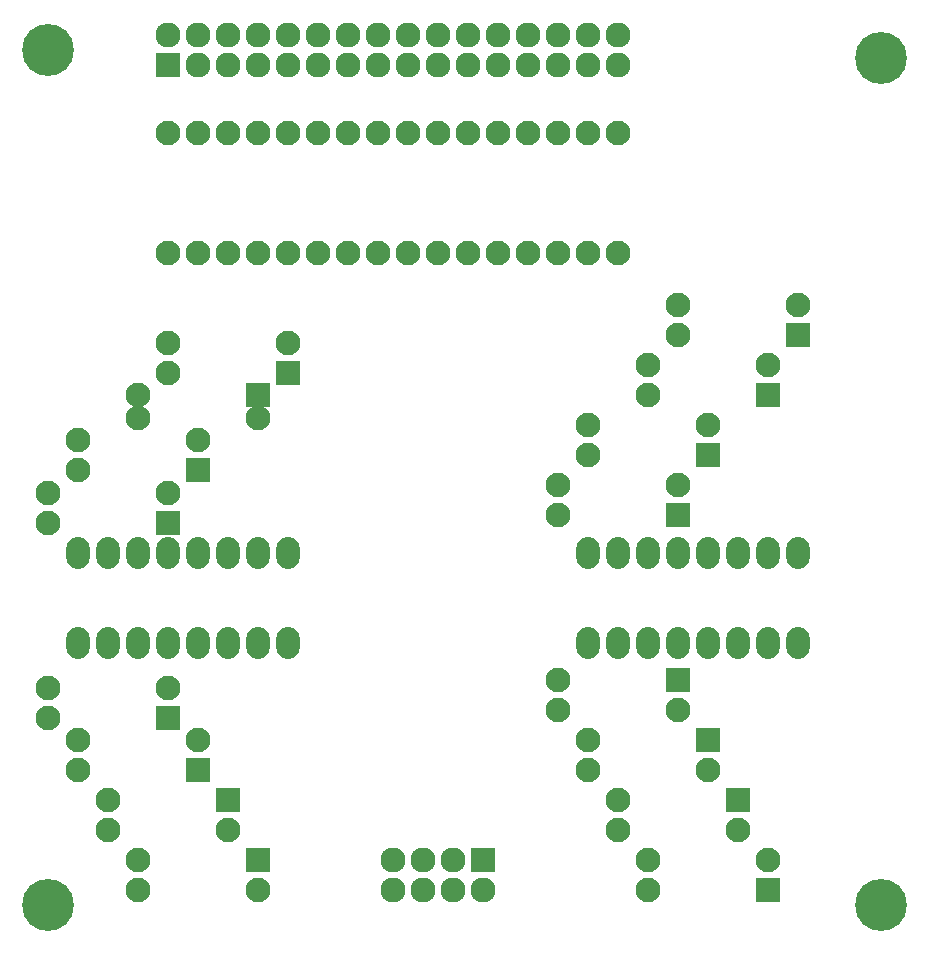
<source format=gbs>
G04 #@! TF.FileFunction,Soldermask,Bot*
%FSLAX46Y46*%
G04 Gerber Fmt 4.6, Leading zero omitted, Abs format (unit mm)*
G04 Created by KiCad (PCBNEW 4.0.2+e4-6225~38~ubuntu15.10.1-stable) date mar. 20 sept. 2016 08:21:37 CEST*
%MOMM*%
G01*
G04 APERTURE LIST*
%ADD10C,0.100000*%
%ADD11C,4.400000*%
%ADD12C,2.099260*%
%ADD13R,2.099260X2.099260*%
%ADD14O,2.000000X2.700000*%
%ADD15R,2.127200X2.127200*%
%ADD16O,2.127200X2.127200*%
G04 APERTURE END LIST*
D10*
D11*
X106680000Y-107315000D03*
X36195000Y-107315000D03*
X36195000Y-34925000D03*
D12*
X36194480Y-91442540D03*
D13*
X46354480Y-91442540D03*
D12*
X36194480Y-74932540D03*
D13*
X46354480Y-74932540D03*
D12*
X38734480Y-95887540D03*
D13*
X48894480Y-95887540D03*
D12*
X38734480Y-70487540D03*
D13*
X48894480Y-70487540D03*
D12*
X41274480Y-98427540D03*
D13*
X51434480Y-98427540D03*
D12*
X43814480Y-64137540D03*
D13*
X53974480Y-64137540D03*
D12*
X43814480Y-103507540D03*
D13*
X53974480Y-103507540D03*
D12*
X46354480Y-62232540D03*
D13*
X56514480Y-62232540D03*
D12*
X79374480Y-88267540D03*
D13*
X89534480Y-88267540D03*
D12*
X79374480Y-74297540D03*
D13*
X89534480Y-74297540D03*
D12*
X81914480Y-93347540D03*
D13*
X92074480Y-93347540D03*
D12*
X81914480Y-69217540D03*
D13*
X92074480Y-69217540D03*
D12*
X84454480Y-98427540D03*
D13*
X94614480Y-98427540D03*
D12*
X86994480Y-64137540D03*
D13*
X97154480Y-64137540D03*
D12*
X86994480Y-106047540D03*
D13*
X97154480Y-106047540D03*
D12*
X89534480Y-59057540D03*
D13*
X99694480Y-59057540D03*
D14*
X99695000Y-77470000D03*
X97155000Y-77470000D03*
X94615000Y-77470000D03*
X92075000Y-77470000D03*
X89535000Y-77470000D03*
X86995000Y-77470000D03*
X84455000Y-77470000D03*
X81915000Y-77470000D03*
X81915000Y-85090000D03*
X84455000Y-85090000D03*
X86995000Y-85090000D03*
X89535000Y-85090000D03*
X92075000Y-85090000D03*
X94615000Y-85090000D03*
X97155000Y-85090000D03*
X99695000Y-85090000D03*
X56515000Y-77470000D03*
X53975000Y-77470000D03*
X51435000Y-77470000D03*
X48895000Y-77470000D03*
X46355000Y-77470000D03*
X43815000Y-77470000D03*
X41275000Y-77470000D03*
X38735000Y-77470000D03*
X38735000Y-85090000D03*
X41275000Y-85090000D03*
X43815000Y-85090000D03*
X46355000Y-85090000D03*
X48895000Y-85090000D03*
X51435000Y-85090000D03*
X53975000Y-85090000D03*
X56515000Y-85090000D03*
D12*
X36194480Y-88902540D03*
X46354480Y-88902540D03*
X36194480Y-72392540D03*
X46354480Y-72392540D03*
X38734480Y-93347540D03*
X48894480Y-93347540D03*
X38734480Y-67947540D03*
X48894480Y-67947540D03*
X41274480Y-100967540D03*
X51434480Y-100967540D03*
X43814480Y-66042540D03*
X53974480Y-66042540D03*
X43814480Y-106047540D03*
X53974480Y-106047540D03*
X46354480Y-59692540D03*
X56514480Y-59692540D03*
X79374480Y-90807540D03*
X89534480Y-90807540D03*
X79374480Y-71757540D03*
X89534480Y-71757540D03*
X81914480Y-95887540D03*
X92074480Y-95887540D03*
X81914480Y-66677540D03*
X92074480Y-66677540D03*
X84454480Y-100967540D03*
X94614480Y-100967540D03*
X86994480Y-61597540D03*
X97154480Y-61597540D03*
X86994480Y-103507540D03*
X97154480Y-103507540D03*
X89534480Y-56517540D03*
X99694480Y-56517540D03*
X46352460Y-41909480D03*
X46352460Y-52069480D03*
X48892460Y-41909480D03*
X48892460Y-52069480D03*
X51432460Y-41909480D03*
X51432460Y-52069480D03*
X53972460Y-41909480D03*
X53972460Y-52069480D03*
X56512460Y-41909480D03*
X56512460Y-52069480D03*
X59052460Y-41909480D03*
X59052460Y-52069480D03*
X61592460Y-41909480D03*
X61592460Y-52069480D03*
X64132460Y-41909480D03*
X64132460Y-52069480D03*
X66672460Y-41909480D03*
X66672460Y-52069480D03*
X69212460Y-41909480D03*
X69212460Y-52069480D03*
X71752460Y-41909480D03*
X71752460Y-52069480D03*
X74292460Y-41909480D03*
X74292460Y-52069480D03*
X76832460Y-41909480D03*
X76832460Y-52069480D03*
X79372460Y-41909480D03*
X79372460Y-52069480D03*
X81912460Y-41909480D03*
X81912460Y-52069480D03*
X84452460Y-41909480D03*
X84452460Y-52069480D03*
D15*
X73025000Y-103505000D03*
D16*
X73025000Y-106045000D03*
X70485000Y-103505000D03*
X70485000Y-106045000D03*
X67945000Y-103505000D03*
X67945000Y-106045000D03*
X65405000Y-103505000D03*
X65405000Y-106045000D03*
D15*
X46355000Y-36195000D03*
D16*
X46355000Y-33655000D03*
X48895000Y-36195000D03*
X48895000Y-33655000D03*
X51435000Y-36195000D03*
X51435000Y-33655000D03*
X53975000Y-36195000D03*
X53975000Y-33655000D03*
X56515000Y-36195000D03*
X56515000Y-33655000D03*
X59055000Y-36195000D03*
X59055000Y-33655000D03*
X61595000Y-36195000D03*
X61595000Y-33655000D03*
X64135000Y-36195000D03*
X64135000Y-33655000D03*
X66675000Y-36195000D03*
X66675000Y-33655000D03*
X69215000Y-36195000D03*
X69215000Y-33655000D03*
X71755000Y-36195000D03*
X71755000Y-33655000D03*
X74295000Y-36195000D03*
X74295000Y-33655000D03*
X76835000Y-36195000D03*
X76835000Y-33655000D03*
X79375000Y-36195000D03*
X79375000Y-33655000D03*
X81915000Y-36195000D03*
X81915000Y-33655000D03*
X84455000Y-36195000D03*
X84455000Y-33655000D03*
D11*
X106680000Y-35560000D03*
M02*

</source>
